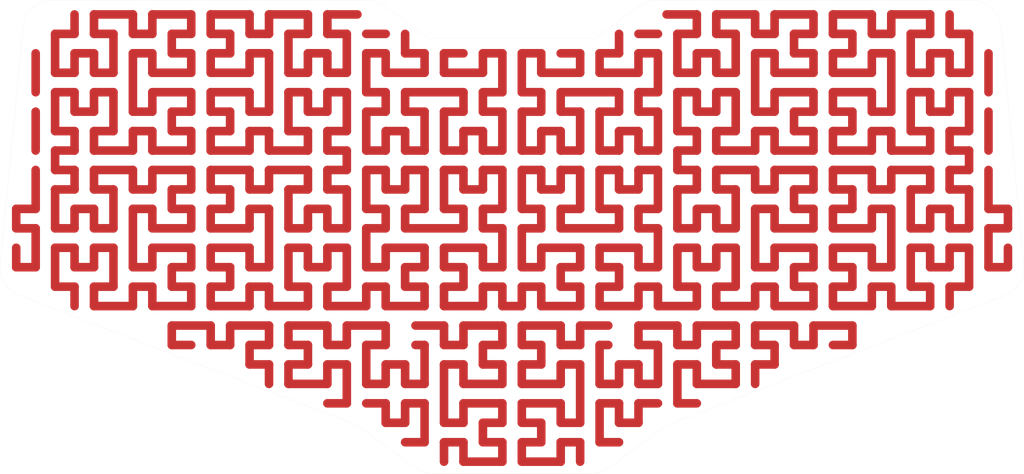
<source format=kicad_pcb>
(kicad_pcb (version 20210925) (generator pcbnew)
  (layers (0 "F.Cu" signal) (31 "B.Cu" signal) (34 "B.Paste" user) (35 "F.Paste" user) (36 "B.SilkS" user "B.Silkscreen") (37 "F.SilkS" user "F.Silkscreen") (38 "B.Mask" user) (39 "F.Mask" user) (44 "Edge.Cuts" user))
  (net 0 "")
  (footprint "MountingHole:MountingHole_2.2mm_M2_DIN965" (layer "F.Cu") (at 178.92 123.41)
    (fp_text reference "REF**" hide)
    (fp_text value "MountingHole_2.2mm_M2_DIN965" hide)
    (pad "" np_thru_hole circle locked (at 0 0) (size 2.2 2.2) (drill 2.2) (layers *.Cu *.Mask))
  )
  (footprint "MountingHole:MountingHole_2.2mm_M2_DIN965" (layer "F.Cu") (at 186.27 48.39)
    (fp_text reference "REF**" hide)
    (fp_text value "MountingHole_2.2mm_M2_DIN965" hide)
    (pad "" np_thru_hole circle locked (at 0 0) (size 2.2 2.2) (drill 2.2) (layers *.Cu *.Mask))
  )
  (footprint "MountingHole:MountingHole_2.2mm_M2_DIN965" (layer "F.Cu") (at 127.68 123.41)
    (fp_text reference "REF**" hide)
    (fp_text value "MountingHole_2.2mm_M2_DIN965" hide)
    (pad "" np_thru_hole circle locked (at 0 0) (size 2.2 2.2) (drill 2.2) (layers *.Cu *.Mask))
  )
  (footprint "MountingHole:MountingHole_2.2mm_M2_DIN965" (layer "F.Cu") (at 243.04 118.55)
    (fp_text reference "REF**" hide)
    (fp_text value "MountingHole_2.2mm_M2_DIN965" hide)
    (pad "" np_thru_hole circle locked (at 0 0) (size 2.2 2.2) (drill 2.2) (layers *.Cu *.Mask))
  )
  (footprint "MountingHole:MountingHole_2.2mm_M2_DIN965" (layer "F.Cu") (at 45.59 48.59)
    (fp_text reference "REF**" hide)
    (fp_text value "MountingHole_2.2mm_M2_DIN965" hide)
    (pad "" np_thru_hole circle locked (at 0 0) (size 2.2 2.2) (drill 2.2) (layers *.Cu *.Mask))
  )
  (footprint "MountingHole:MountingHole_2.2mm_M2_DIN965" (layer "F.Cu") (at 120.43 48.39)
    (fp_text reference "REF**" hide)
    (fp_text value "MountingHole_2.2mm_M2_DIN965" hide)
    (pad "" np_thru_hole circle locked (at 0 0) (size 2.2 2.2) (drill 2.2) (layers *.Cu *.Mask))
  )
  (footprint "MountingHole:MountingHole_2.2mm_M2_DIN965" (layer "F.Cu") (at 261.11 48.59)
    (fp_text reference "REF**" hide)
    (fp_text value "MountingHole_2.2mm_M2_DIN965" hide)
    (pad "" np_thru_hole circle locked (at 0 0) (size 2.2 2.2) (drill 2.2) (layers *.Cu *.Mask))
  )
  (footprint "MountingHole:MountingHole_2.2mm_M2_DIN965" (layer "F.Cu") (at 63.66 118.55)
    (fp_text reference "REF**" hide)
    (fp_text value "MountingHole_2.2mm_M2_DIN965" hide)
    (pad "" np_thru_hole circle locked (at 0 0) (size 2.2 2.2) (drill 2.2) (layers *.Cu *.Mask))
  )
  (gr_line (start 169.205972 79.045169) (end 169.205972 69.992493) (layer "F.Cu") (width 2))
  (gr_line (start 110.364623 110.729013) (end 114.890959 110.729013) (layer "F.Cu") (width 2))
  (gr_line (start 69.628102 110.729013) (end 65.101765 110.729013) (layer "F.Cu") (width 2))
  (gr_line (start 51.522752 101.676337) (end 46.996416 101.676337) (layer "F.Cu") (width 2))
  (gr_line (start 259.731687 60.939819) (end 259.731687 51.887661) (layer "F.Cu") (width 2))
  (gr_line (start 196.363998 92.624179) (end 200.889816 92.624179) (layer "F.Cu") (width 2))
  (gr_line (start 51.522752 106.202674) (end 51.522752 101.676337) (layer "F.Cu") (width 2))
  (gr_line (start 241.626337 56.413481) (end 237.1 56.413481) (layer "F.Cu") (width 2))
  (gr_line (start 96.78561 74.51883) (end 92.259273 74.51883) (layer "F.Cu") (width 2))
  (gr_line (start 69.628102 97.15) (end 69.628102 92.624179) (layer "F.Cu") (width 2))
  (gr_line (start 65.101765 110.729013) (end 65.101765 115.25535) (layer "F.Cu") (width 2))
  (gr_line (start 151.101141 97.15) (end 146.574804 97.15) (layer "F.Cu") (width 2))
  (gr_line (start 87.732936 124.308024) (end 87.732936 119.781687) (layer "F.Cu") (width 2))
  (gr_line (start 164.679635 133.360182) (end 155.627477 133.360182) (layer "F.Cu") (width 2))
  (gr_line (start 56.049092 60.939819) (end 60.575428 60.939819) (layer "F.Cu") (width 2))
  (gr_line (start 119.41678 133.360182) (end 123.943117 133.360182) (layer "F.Cu") (width 2))
  (gr_line (start 146.574804 115.25535) (end 137.522128 115.25535) (layer "F.Cu") (width 2))
  (gr_line (start 105.838283 60.939819) (end 105.838283 56.413481) (layer "F.Cu") (width 2))
  (gr_line (start 110.364623 128.834361) (end 110.364623 133.360182) (layer "F.Cu") (width 2))
  (gr_line (start 142.048467 69.992493) (end 137.522128 69.992493) (layer "F.Cu") (width 2))
  (gr_line (start 151.101141 69.992493) (end 146.574804 69.992493) (layer "F.Cu") (width 2))
  (gr_line (start 196.363998 88.097843) (end 191.837659 88.097843) (layer "F.Cu") (width 2))
  (gr_line (start 182.784985 115.25535) (end 173.732311 115.25535) (layer "F.Cu") (width 2))
  (gr_line (start 78.680259 51.887661) (end 74.154439 51.887661) (layer "F.Cu") (width 2))
  (gr_line (start 164.679635 110.729013) (end 169.205972 110.729013) (layer "F.Cu") (width 2))
  (gr_line (start 169.205972 83.571506) (end 164.679635 83.571506) (layer "F.Cu") (width 2))
  (gr_line (start 237.1 83.571506) (end 237.1 88.097843) (layer "F.Cu") (width 2))
  (gr_line (start 69.628102 79.045169) (end 69.628102 74.51883) (layer "F.Cu") (width 2))
  (gr_line (start 178.258648 110.729013) (end 178.258648 106.202674) (layer "F.Cu") (width 2))
  (gr_line (start 196.363998 74.51883) (end 196.363998 79.045169) (layer "F.Cu") (width 2))
  (gr_line (start 56.049092 83.571506) (end 65.101765 83.571506) (layer "F.Cu") (width 2))
  (gr_line (start 237.1 88.097843) (end 241.626337 88.097843) (layer "F.Cu") (width 2))
  (gr_line (start 160.153298 79.045169) (end 160.153298 74.51883) (layer "F.Cu") (width 2))
  (gr_line (start 164.679635 83.571506) (end 164.679635 88.097843) (layer "F.Cu") (width 2))
  (gr_line (start 209.942493 106.202674) (end 214.468829 106.202674) (layer "F.Cu") (width 2))
  (gr_line (start 228.047843 101.676337) (end 237.1 101.676337) (layer "F.Cu") (width 2))
  (gr_line (start 46.996416 101.676337) (end 46.996416 110.729013) (layer "F.Cu") (width 2))
  (gr_line (start 259.731687 101.676337) (end 255.205347 101.676337) (layer "F.Cu") (width 2))
  (gr_line (start 60.575428 65.466156) (end 56.049092 65.466156) (layer "F.Cu") (width 2))
  (gr_line (start 123.943117 142.412858) (end 123.943117 137.886518) (layer "F.Cu") (width 2))
  (gr_line (start 182.784985 142.412858) (end 178.258648 142.412858) (layer "F.Cu") (width 2))
  (gr_line (start 264.258024 83.571506) (end 264.258024 92.624179) (layer "F.Cu") (width 2))
  (gr_line (start 164.679635 119.781687) (end 164.679635 124.308024) (layer "F.Cu") (width 2))
  (gr_line (start 155.627477 106.202674) (end 160.153298 106.202674) (layer "F.Cu") (width 2))
  (gr_line (start 142.048467 65.466156) (end 142.048467 69.992493) (layer "F.Cu") (width 2))
  (gr_line (start 42.470079 79.045169) (end 42.470079 69.992493) (layer "F.Cu") (width 2))
  (gr_line (start 128.469454 74.51883) (end 128.469454 79.045169) (layer "F.Cu") (width 2))
  (gr_line (start 250.679011 51.887661) (end 246.152674 51.887661) (layer "F.Cu") (width 2))
  (gr_line (start 65.101765 88.097843) (end 69.628102 88.097843) (layer "F.Cu") (width 2))
  (gr_line (start 110.364623 119.781687) (end 110.364623 124.308024) (layer "F.Cu") (width 2))
  (gr_line (start 83.206599 51.887661) (end 83.206599 47.361324) (layer "F.Cu") (width 2))
  (gr_line (start 101.311946 133.360182) (end 101.311946 128.834361) (layer "F.Cu") (width 2))
  (gr_line (start 69.628102 60.939819) (end 69.628102 56.413481) (layer "F.Cu") (width 2))
  (gr_line (start 146.574804 83.571506) (end 146.574804 88.097843) (layer "F.Cu") (width 2))
  (gr_line (start 96.78561 69.992493) (end 96.78561 56.413481) (layer "F.Cu") (width 2))
  (gr_line (start 237.1 74.51883) (end 237.1 79.045169) (layer "F.Cu") (width 2))
  (gr_line (start 246.152674 88.097843) (end 246.152674 97.15) (layer "F.Cu") (width 2))
  (gr_line (start 191.837659 110.729013) (end 196.363998 110.729013) (layer "F.Cu") (width 2))
  (gr_line (start 96.78561 124.308024) (end 92.259273 124.308024) (layer "F.Cu") (width 2))
  (gr_line (start 187.311322 56.413481) (end 182.784985 56.413481) (layer "F.Cu") (width 2))
  (gr_line (start 218.995166 88.097843) (end 218.995166 92.624179) (layer "F.Cu") (width 2))
  (gr_line (start 142.048467 97.15) (end 128.469454 97.15) (layer "F.Cu") (width 2))
  (gr_line (start 105.838283 97.15) (end 105.838283 92.624179) (layer "F.Cu") (width 2))
  (gr_line (start 205.416156 124.308024) (end 200.889816 124.308024) (layer "F.Cu") (width 2))
  (gr_line (start 60.575428 97.15) (end 60.575428 88.097843) (layer "F.Cu") (width 2))
  (gr_line (start 169.205972 101.676337) (end 169.205972 106.202674) (layer "F.Cu") (width 2))
  (gr_line (start 200.889816 79.045169) (end 200.889816 74.51883) (layer "F.Cu") (width 2))
  (gr_line (start 56.049092 88.097843) (end 56.049092 83.571506) (layer "F.Cu") (width 2))
  (gr_line (start 119.41678 65.466156) (end 123.943117 65.466156) (layer "F.Cu") (width 2))
  (gr_line (start 182.784985 56.413481) (end 182.784985 60.939819) (layer "F.Cu") (width 2))
  (gr_line (start 56.049092 92.624179) (end 56.049092 97.15) (layer "F.Cu") (width 2))
  (gr_line (start 218.995166 92.624179) (end 223.521503 92.624179) (layer "F.Cu") (width 2))
  (gr_line (start 255.205347 65.466156) (end 255.205347 69.992493) (layer "F.Cu") (width 2))
  (gr_line (start 132.995791 79.045169) (end 132.995791 69.992493) (layer "F.Cu") (width 2))
  (gr_line (start 182.784985 110.729013) (end 182.784985 115.25535) (layer "F.Cu") (width 2))
  (gr_line (start 237.1 65.466156) (end 237.1 69.992493) (layer "F.Cu") (width 2))
  (gr_line (start 119.41678 115.25535) (end 110.364623 115.25535) (layer "F.Cu") (width 2))
  (gr_line (start 255.205347 97.15) (end 259.731687 97.15) (layer "F.Cu") (width 2))
  (gr_line (start 164.679635 65.466156) (end 178.258648 65.466156) (layer "F.Cu") (width 2))
  (gr_line (start 110.364623 56.413481) (end 110.364623 60.939819) (layer "F.Cu") (width 2))
  (gr_line (start 128.469454 65.466156) (end 142.048467 65.466156) (layer "F.Cu") (width 2))
  (gr_line (start 223.521503 110.729013) (end 223.521503 115.25535) (layer "F.Cu") (width 2))
  (gr_line (start 83.206599 79.045169) (end 83.206599 74.51883) (layer "F.Cu") (width 2))
  (gr_line (start 160.153298 128.834361) (end 160.153298 124.308024) (layer "F.Cu") (width 2))
  (gr_line (start 169.205972 110.729013) (end 169.205972 115.25535) (layer "F.Cu") (width 2))
  (gr_line (start 60.575428 51.887661) (end 56.049092 51.887661) (layer "F.Cu") (width 2))
  (gr_line (start 264.258024 56.413481) (end 264.258024 65.466156) (layer "F.Cu") (width 2))
  (gr_line (start 142.048467 119.781687) (end 151.101141 119.781687) (layer "F.Cu") (width 2))
  (gr_line (start 105.838283 74.51883) (end 105.838283 79.045169) (layer "F.Cu") (width 2))
  (gr_line (start 169.205972 69.992493) (end 164.679635 69.992493) (layer "F.Cu") (width 2))
  (gr_line (start 178.258648 128.83448) (end 182.784985 128.83448) (layer "F.Cu") (width 2))
  (gr_line (start 241.626337 110.729013) (end 237.1 110.729013) (layer "F.Cu") (width 2))
  (gr_line (start 241.626337 47.361324) (end 250.679011 47.361324) (layer "F.Cu") (width 2))
  (gr_line (start 128.469454 69.992493) (end 128.469454 65.466156) (layer "F.Cu") (width 2))
  (gr_line (start 250.679011 88.097843) (end 246.152674 88.097843) (layer "F.Cu") (width 2))
  (gr_line (start 160.153298 92.624179) (end 160.153298 97.15) (layer "F.Cu") (width 2))
  (gr_line (start 142.048467 106.202674) (end 137.522128 106.202674) (layer "F.Cu") (width 2))
  (gr_line (start 123.943117 83.571506) (end 119.41678 83.571506) (layer "F.Cu") (width 2))
  (gr_line (start 128.469454 110.729013) (end 132.995791 110.729013) (layer "F.Cu") (width 2))
  (gr_line (start 178.258648 79.045169) (end 178.258648 74.51883) (layer "F.Cu") (width 2))
  (gr_line (start 178.258648 137.886518) (end 173.732311 137.886518) (layer "F.Cu") (width 2))
  (gr_line (start 151.101141 79.045169) (end 151.101141 69.992493) (layer "F.Cu") (width 2))
  (gr_line (start 92.259273 47.361324) (end 92.259273 51.887661) (layer "F.Cu") (width 2))
  (gr_line (start 223.521503 74.51883) (end 223.521503 79.045169) (layer "F.Cu") (width 2))
  (gr_line (start 178.258648 69.992493) (end 173.732311 69.992493) (layer "F.Cu") (width 2))
  (gr_line (start 42.470079 92.624179) (end 42.470079 83.571506) (layer "F.Cu") (width 2))
  (gr_line (start 264.258024 69.992493) (end 264.258024 79.045169) (layer "F.Cu") (width 2))
  (gr_line (start 173.732311 133.360301) (end 178.258648 133.360301) (layer "F.Cu") (width 2))
  (gr_line (start 155.627477 115.25535) (end 151.101141 115.25535) (layer "F.Cu") (width 2))
  (gr_line (start 178.258648 56.413481) (end 178.258648 51.887661) (layer "F.Cu") (width 2))
  (gr_line (start 142.048467 128.834361) (end 137.522128 128.834361) (layer "F.Cu") (width 2))
  (gr_line (start 146.574804 88.097843) (end 142.048467 88.097843) (layer "F.Cu") (width 2))
  (gr_line (start 46.996416 88.097843) (end 46.996416 97.15) (layer "F.Cu") (width 2))
  (gr_line (start 96.78561 115.25535) (end 96.78561 110.729013) (layer "F.Cu") (width 2))
  (gr_line (start 56.049092 106.202674) (end 51.522752 106.202674) (layer "F.Cu") (width 2))
  (gr_line (start 137.522128 110.729013) (end 142.048467 110.729013) (layer "F.Cu") (width 2))
  (gr_line (start 87.732936 51.887661) (end 83.206599 51.887661) (layer "F.Cu") (width 2))
  (gr_line (start 173.732311 146.939195) (end 178.258648 146.939195) (layer "F.Cu") (width 2))
  (gr_line (start 155.627477 92.624179) (end 160.153298 92.624179) (layer "F.Cu") (width 2))
  (gr_line (start 87.732936 74.51883) (end 87.732936 69.992493) (layer "F.Cu") (width 2))
  (gr_line (start 83.206599 124.308024) (end 87.732936 124.308024) (layer "F.Cu") (width 2))
  (gr_line (start 69.628102 115.25535) (end 69.628102 110.729013) (layer "F.Cu") (width 2))
  (gr_line (start 110.364623 115.25535) (end 110.364623 110.729013) (layer "F.Cu") (width 2))
  (gr_line (start 83.206599 56.413481) (end 87.732936 56.413481) (layer "F.Cu") (width 2))
  (gr_line (start 155.627477 110.729013) (end 155.627477 115.25535) (layer "F.Cu") (width 2))
  (gr_line (start 250.679011 115.25535) (end 241.626337 115.25535) (layer "F.Cu") (width 2))
  (gr_line (start 241.626337 106.202674) (end 241.626337 92.624179) (layer "F.Cu") (width 2))
  (gr_line (start 114.890959 128.834361) (end 110.364623 128.834361) (layer "F.Cu") (width 2))
  (gr_line (start 92.259273 124.308024) (end 92.259273 128.834361) (layer "F.Cu") (width 2))
  (gr_line (start 78.680259 97.15) (end 69.628102 97.15) (layer "F.Cu") (width 2))
  (gr_line (start 78.680259 74.51883) (end 78.680259 79.045169) (layer "F.Cu") (width 2))
  (gr_line (start 74.154439 56.413481) (end 78.680259 56.413481) (layer "F.Cu") (width 2))
  (gr_line (start 83.206599 69.992493) (end 83.206599 65.466156) (layer "F.Cu") (width 2))
  (gr_line (start 123.943117 56.413481) (end 119.41678 56.413481) (layer "F.Cu") (width 2))
  (gr_line (start 123.943117 69.992493) (end 119.41678 69.992493) (layer "F.Cu") (width 2))
  (gr_line (start 232.574179 119.781687) (end 232.574179 124.308024) (layer "F.Cu") (width 2))
  (gr_line (start 119.41678 56.413481) (end 119.41678 65.466156) (layer "F.Cu") (width 2))
  (gr_line (start 110.364623 51.887661) (end 110.364623 47.361324) (layer "F.Cu") (width 2))
  (gr_line (start 123.943117 101.676337) (end 132.995791 101.676337) (layer "F.Cu") (width 2))
  (gr_line (start 173.732311 110.729013) (end 178.258648 110.729013) (layer "F.Cu") (width 2))
  (gr_line (start 119.41678 110.729013) (end 119.41678 115.25535) (layer "F.Cu") (width 2))
  (gr_line (start 105.838283 115.25535) (end 96.78561 115.25535) (layer "F.Cu") (width 2))
  (gr_line (start 56.049092 69.992493) (end 51.522752 69.992493) (layer "F.Cu") (width 2))
  (gr_line (start 160.153298 97.15) (end 155.627477 97.15) (layer "F.Cu") (width 2))
  (gr_line (start 51.522752 56.413481) (end 56.049092 56.413481) (layer "F.Cu") (width 2))
  (gr_line (start 137.522128 124.308024) (end 142.048467 124.308024) (layer "F.Cu") (width 2))
  (gr_line (start 205.416156 60.939819) (end 205.416156 51.887661) (layer "F.Cu") (width 2))
  (gr_line (start 114.890959 83.571506) (end 114.890959 79.045169) (layer "F.Cu") (width 2))
  (gr_line (start 137.522128 106.202674) (end 137.522128 101.676337) (layer "F.Cu") (width 2))
  (gr_line (start 65.101765 56.413481) (end 65.101765 69.992493) (layer "F.Cu") (width 2))
  (gr_line (start 268.784361 106.202674) (end 268.784361 101.676337) (layer "F.Cu") (width 2))
  (gr_line (start 169.205972 119.781687) (end 175.753974 119.781422) (layer "F.Cu") (width 2))
  (gr_line (start 155.627477 65.466156) (end 160.153298 65.466156) (layer "F.Cu") (width 2))
  (gr_line (start 209.942493 79.045169) (end 200.889816 79.045169) (layer "F.Cu") (width 2))
  (gr_line (start 128.469454 146.939195) (end 132.995791 146.939195) (layer "F.Cu") (width 2))
  (gr_line (start 228.047843 97.15) (end 228.047843 92.624179) (layer "F.Cu") (width 2))
  (gr_line (start 46.996416 79.045169) (end 46.996416 83.571506) (layer "F.Cu") (width 2))
  (gr_line (start 178.258648 142.412858) (end 178.258648 137.886518) (layer "F.Cu") (width 2))
  (gr_line (start 132.995791 101.676337) (end 132.995791 106.202674) (layer "F.Cu") (width 2))
  (gr_line (start 146.574804 146.939195) (end 151.101141 146.939195) (layer "F.Cu") (width 2))
  (gr_line (start 187.311322 92.624179) (end 187.311322 83.571506) (layer "F.Cu") (width 2))
  (gr_line (start 60.575428 88.097843) (end 56.049092 88.097843) (layer "F.Cu") (width 2))
  (gr_line (start 164.679635 79.045169) (end 169.205972 79.045169) (layer "F.Cu") (width 2))
  (gr_line (start 83.206599 83.571506) (end 92.259273 83.571506) (layer "F.Cu") (width 2))
  (gr_line (start 173.732311 83.571506) (end 173.732311 92.624179) (layer "F.Cu") (width 2))
  (gr_line (start 237.1 92.624179) (end 237.1 97.15) (layer "F.Cu") (width 2))
  (gr_line (start 164.679635 56.413481) (end 169.205972 56.413481) (layer "F.Cu") (width 2))
  (gr_line (start 246.152674 110.729013) (end 250.679011 110.729013) (layer "F.Cu") (width 2))
  (gr_line (start 191.837659 74.51883) (end 196.363998 74.51883) (layer "F.Cu") (width 2))
  (gr_line (start 78.680259 110.729013) (end 78.680259 115.25535) (layer "F.Cu") (width 2))
  (gr_line (start 137.522128 119.781687) (end 137.522128 124.308024) (layer "F.Cu") (width 2))
  (gr_line (start 119.41678 92.624179) (end 123.943117 92.624179) (layer "F.Cu") (width 2))
  (gr_line (start 259.731687 88.097843) (end 255.205347 88.097843) (layer "F.Cu") (width 2))
  (gr_line (start 142.048467 88.097843) (end 142.048467 83.571506) (layer "F.Cu") (width 2))
  (gr_line (start 78.680259 106.202674) (end 74.154439 106.202674) (layer "F.Cu") (width 2))
  (gr_line (start 209.942493 110.729013) (end 209.942493 115.25535) (layer "F.Cu") (width 2))
  (gr_line (start 187.311322 69.992493) (end 182.784985 69.992493) (layer "F.Cu") (width 2))
  (gr_line (start 87.732936 56.413481) (end 87.732936 51.887661) (layer "F.Cu") (width 2))
  (gr_line (start 155.627477 142.412858) (end 155.627477 137.886518) (layer "F.Cu") (width 2))
  (gr_line (start 196.363998 128.834361) (end 191.837659 128.834361) (layer "F.Cu") (width 2))
  (gr_line (start 105.838283 92.624179) (end 110.364623 92.624179) (layer "F.Cu") (width 2))
  (gr_line (start 155.627477 124.308024) (end 155.627477 119.781687) (layer "F.Cu") (width 2))
  (gr_line (start 173.732311 60.939819) (end 173.732311 56.413481) (layer "F.Cu") (width 2))
  (gr_line (start 96.78561 51.887661) (end 96.78561 47.361324) (layer "F.Cu") (width 2))
  (gr_line (start 196.363998 56.413481) (end 200.889816 56.413481) (layer "F.Cu") (width 2))
  (gr_line (start 160.153298 69.992493) (end 155.627477 69.992493) (layer "F.Cu") (width 2))
  (gr_line (start 200.889816 115.25535) (end 200.889816 110.729013) (layer "F.Cu") (width 2))
  (gr_line (start 137.522128 56.413481) (end 142.048467 56.413481) (layer "F.Cu") (width 2))
  (gr_line (start 237.1 47.361324) (end 237.1 51.887661) (layer "F.Cu") (width 2))
  (gr_line (start 228.047843 51.887661) (end 228.047843 47.361324) (layer "F.Cu") (width 2))
  (gr_line (start 119.41678 97.15) (end 119.41678 106.202674) (layer "F.Cu") (width 2))
  (gr_line (start 42.470079 106.202674) (end 42.470079 97.15) (layer "F.Cu") (width 2))
  (gr_line (start 196.363998 60.939819) (end 196.363998 56.413481) (layer "F.Cu") (width 2))
  (gr_line (start 123.943117 74.51883) (end 128.469454 74.51883) (layer "F.Cu") (width 2))
  (gr_line (start 105.838283 128.834361) (end 105.838283 124.308024) (layer "F.Cu") (width 2))
  (gr_line (start 228.047843 92.624179) (end 232.574179 92.624179) (layer "F.Cu") (width 2))
  (gr_line (start 228.047843 79.045169) (end 228.047843 74.51883) (layer "F.Cu") (width 2))
  (gr_line (start 60.575428 60.939819) (end 60.575428 51.887661) (layer "F.Cu") (width 2))
  (gr_line (start 105.838283 106.202674) (end 105.838283 101.676337) (layer "F.Cu") (width 2))
  (gr_line (start 155.627477 128.834361) (end 160.153298 128.834361) (layer "F.Cu") (width 2))
  (gr_line (start 196.363998 133.360182) (end 196.363998 128.834361) (layer "F.Cu") (width 2))
  (gr_line (start 228.047843 56.413481) (end 232.574179 56.413481) (layer "F.Cu") (width 2))
  (gr_line (start 182.784985 106.202674) (end 187.311322 106.202674) (layer "F.Cu") (width 2))
  (gr_line (start 205.416156 74.51883) (end 205.416156 65.466156) (layer "F.Cu") (width 2))
  (gr_line (start 137.522128 69.992493) (end 137.522128 79.045169) (layer "F.Cu") (width 2))
  (gr_line (start 92.259273 56.413481) (end 92.259273 60.939819) (layer "F.Cu") (width 2))
  (gr_line (start 101.311946 110.729013) (end 105.838283 110.729013) (layer "F.Cu") (width 2))
  (gr_line (start 114.890959 60.939819) (end 114.890959 51.887661) (layer "F.Cu") (width 2))
  (gr_line (start 218.995166 74.51883) (end 223.521503 74.51883) (layer "F.Cu") (width 2))
  (gr_line (start 182.784985 119.781687) (end 191.837659 119.781687) (layer "F.Cu") (width 2))
  (gr_line (start 259.731687 110.729013) (end 259.731687 101.676337) (layer "F.Cu") (width 2))
  (gr_line (start 178.258648 74.51883) (end 182.784985 74.51883) (layer "F.Cu") (width 2))
  (gr_line (start 74.154439 51.887661) (end 74.154439 56.413481) (layer "F.Cu") (width 2))
  (gr_line (start 155.627477 69.992493) (end 155.627477 79.045169) (layer "F.Cu") (width 2))
  (gr_line (start 241.626337 83.571506) (end 250.679011 83.571506) (layer "F.Cu") (width 2))
  (gr_line (start 37.943741 92.624179) (end 42.470079 92.624179) (layer "F.Cu") (width 2))
  (gr_line (start 196.363998 110.729013) (end 196.363998 115.25535) (layer "F.Cu") (width 2))
  (gr_line (start 46.996416 83.571506) (end 51.522752 83.571506) (layer "F.Cu") (width 2))
  (gr_line (start 214.468829 69.992493) (end 214.468829 65.466156) (layer "F.Cu") (width 2))
  (gr_line (start 96.78561 106.202674) (end 96.78561 92.624179) (layer "F.Cu") (width 2))
  (gr_line (start 69.628102 101.676337) (end 78.680259 101.676337) (layer "F.Cu") (width 2))
  (gr_line (start 255.205347 101.676337) (end 255.205347 106.202674) (layer "F.Cu") (width 2))
  (gr_line (start 228.047843 88.097843) (end 228.047843 83.571506) (layer "F.Cu") (width 2))
  (gr_line (start 69.628102 74.51883) (end 65.101765 74.51883) (layer "F.Cu") (width 2))
  (gr_line (start 214.468829 56.413481) (end 209.942493 56.413481) (layer "F.Cu") (width 2))
  (gr_line (start 105.838283 56.413481) (end 110.364623 56.413481) (layer "F.Cu") (width 2))
  (gr_line (start 130.878715 119.781687) (end 137.522128 119.781687) (layer "F.Cu") (width 2))
  (gr_line (start 92.259273 128.834361) (end 96.78561 128.834361) (layer "F.Cu") (width 2))
  (gr_line (start 228.047843 83.571506) (end 237.1 83.571506) (layer "F.Cu") (width 2))
  (gr_line (start 56.049092 115.25535) (end 56.049092 110.729013) (layer "F.Cu") (width 2))
  (gr_line (start 146.574804 97.15) (end 146.574804 92.624179) (layer "F.Cu") (width 2))
  (gr_line (start 200.889816 51.887661) (end 200.889816 47.361324) (layer "F.Cu") (width 2))
  (gr_line (start 101.311946 65.466156) (end 101.311946 74.51883) (layer "F.Cu") (width 2))
  (gr_line (start 46.996416 65.466156) (end 46.996416 74.51883) (layer "F.Cu") (width 2))
  (gr_line (start 241.626337 74.51883) (end 237.1 74.51883) (layer "F.Cu") (width 2))
  (gr_line (start 137.522128 92.624179) (end 142.048467 92.624179) (layer "F.Cu") (width 2))
  (gr_line (start 178.258648 97.15) (end 164.679635 97.15) (layer "F.Cu") (width 2))
  (gr_line (start 169.205972 151.465531) (end 169.205972 146.939195) (layer "F.Cu") (width 2))
  (gr_line (start 223.521503 60.939819) (end 214.468829 60.939819) (layer "F.Cu") (width 2))
  (gr_line (start 187.311322 97.15) (end 182.784985 97.15) (layer "F.Cu") (width 2))
  (gr_line (start 123.943117 88.097843) (end 123.943117 83.571506) (layer "F.Cu") (width 2))
  (gr_line (start 250.679011 65.466156) (end 246.152674 65.466156) (layer "F.Cu") (width 2))
  (gr_line (start 146.574804 65.466156) (end 151.101141 65.466156) (layer "F.Cu") (width 2))
  (gr_line (start 119.41678 106.202674) (end 123.943117 106.202674) (layer "F.Cu") (width 2))
  (gr_line (start 92.259273 51.887661) (end 96.78561 51.887661) (layer "F.Cu") (width 2))
  (gr_line (start 232.574179 106.202674) (end 228.047843 106.202674) (layer "F.Cu") (width 2))
  (gr_line (start 214.468829 115.25535) (end 214.468829 110.729013) (layer "F.Cu") (width 2))
  (gr_line (start 255.205347 69.992493) (end 250.679011 69.992493) (layer "F.Cu") (width 2))
  (gr_line (start 114.890959 51.887661) (end 110.364623 51.887661) (layer "F.Cu") (width 2))
  (gr_line (start 87.732936 69.992493) (end 83.206599 69.992493) (layer "F.Cu") (width 2))
  (gr_line (start 128.469454 56.413481) (end 132.995791 56.413481) (layer "F.Cu") (width 2))
  (gr_line (start 173.732311 79.045169) (end 178.258648 79.045169) (layer "F.Cu") (width 2))
  (gr_line (start 123.943117 110.729013) (end 119.41678 110.729013) (layer "F.Cu") (width 2))
  (gr_line (start 237.1 106.202674) (end 241.626337 106.202674) (layer "F.Cu") (width 2))
  (gr_line (start 255.205347 60.939819) (end 259.731687 60.939819) (layer "F.Cu") (width 2))
  (gr_line (start 196.363998 83.571506) (end 196.363998 88.097843) (layer "F.Cu") (width 2))
  (gr_line (start 232.574179 69.992493) (end 228.047843 69.992493) (layer "F.Cu") (width 2))
  (gr_line (start 187.311322 124.308024) (end 182.784985 124.308024) (layer "F.Cu") (width 2))
  (gr_line (start 60.575428 110.729013) (end 60.575428 101.676337) (layer "F.Cu") (width 2))
  (gr_line (start 209.942493 74.51883) (end 209.942493 79.045169) (layer "F.Cu") (width 2))
  (gr_line (start 173.732311 115.25535) (end 173.732311 110.729013) (layer "F.Cu") (width 2))
  (gr_line (start 132.995791 60.939819) (end 123.943117 60.939819) (layer "F.Cu") (width 2))
  (gr_line (start 92.259273 97.15) (end 83.206599 97.15) (layer "F.Cu") (width 2))
  (gr_line (start 187.311322 83.571506) (end 182.784985 83.571506) (layer "F.Cu") (width 2))
  (gr_line (start 128.469454 106.202674) (end 128.469454 110.729013) (layer "F.Cu") (width 2))
  (gr_line (start 218.995166 106.202674) (end 218.995166 110.729013) (layer "F.Cu") (width 2))
  (gr_line (start 241.626337 92.624179) (end 237.1 92.624179) (layer "F.Cu") (width 2))
  (gr_line (start 228.047843 60.939819) (end 228.047843 56.413481) (layer "F.Cu") (width 2))
  (gr_line (start 92.259273 79.045169) (end 83.206599 79.045169) (layer "F.Cu") (width 2))
  (gr_line (start 191.837659 83.571506) (end 196.363998 83.571506) (layer "F.Cu") (width 2))
  (gr_line (start 42.470079 97.15) (end 37.943741 97.15) (layer "F.Cu") (width 2))
  (gr_line (start 51.522752 79.045169) (end 46.996416 79.045169) (layer "F.Cu") (width 2))
  (gr_line (start 182.784985 51.887661) (end 187.311322 51.887661) (layer "F.Cu") (width 2))
  (gr_line (start 56.049092 56.413481) (end 56.049092 60.939819) (layer "F.Cu") (width 2))
  (gr_line (start 182.784985 101.676337) (end 182.784985 106.202674) (layer "F.Cu") (width 2))
  (gr_line (start 78.680259 69.992493) (end 74.154439 69.992493) (layer "F.Cu") (width 2))
  (gr_line (start 83.206599 92.624179) (end 87.732936 92.624179) (layer "F.Cu") (width 2))
  (gr_line (start 255.205347 88.097843) (end 255.205347 83.571506) (layer "F.Cu") (width 2))
  (gr_line (start 175.760482 124.308143) (end 173.732311 124.308143) (layer "F.Cu") (width 2))
  (gr_line (start 228.047843 74.51883) (end 232.574179 74.51883) (layer "F.Cu") (width 2))
  (gr_line (start 146.574804 74.51883) (end 146.574804 79.045169) (layer "F.Cu") (width 2))
  (gr_line (start 164.679635 124.308024) (end 169.205972 124.308024) (layer "F.Cu") (width 2))
  (gr_line (start 255.205347 79.045169) (end 255.205347 74.51883) (layer "F.Cu") (width 2))
  (gr_line (start 178.258648 133.360301) (end 178.258648 128.83448) (layer "F.Cu") (width 2))
  (gr_line (start 151.101141 146.939195) (end 151.101141 151.465531) (layer "F.Cu") (width 2))
  (gr_line (start 173.732311 101.676337) (end 182.784985 101.676337) (layer "F.Cu") (width 2))
  (gr_line (start 173.732311 106.202674) (end 173.732311 101.676337) (layer "F.Cu") (width 2))
  (gr_line (start 114.890959 101.676337) (end 110.364623 101.676337) (layer "F.Cu") (width 2))
  (gr_line (start 246.152674 65.466156) (end 246.152674 74.51883) (layer "F.Cu") (width 2))
  (gr_line (start 146.574804 142.412858) (end 146.574804 146.939195) (layer "F.Cu") (width 2))
  (gr_line (start 214.468829 51.887661) (end 214.468829 47.361324) (layer "F.Cu") (width 2))
  (gr_line (start 237.1 56.413481) (end 237.1 60.939819) (layer "F.Cu") (width 2))
  (gr_line (start 132.995791 115.25535) (end 123.943117 115.25535) (layer "F.Cu") (width 2))
  (gr_line (start 169.205972 92.624179) (end 169.205972 83.571506) (layer "F.Cu") (width 2))
  (gr_line (start 191.837659 79.045169) (end 191.837659 83.571506) (layer "F.Cu") (width 2))
  (gr_line (start 218.995166 69.992493) (end 218.995166 74.51883) (layer "F.Cu") (width 2))
  (gr_line (start 87.732936 88.097843) (end 83.206599 88.097843) (layer "F.Cu") (width 2))
  (gr_line (start 78.680259 83.571506) (end 78.680259 88.097843) (layer "F.Cu") (width 2))
  (gr_line (start 56.049092 47.361324) (end 65.101765 47.361324) (layer "F.Cu") (width 2))
  (gr_line (start 214.468829 101.676337) (end 223.521503 101.676337) (layer "F.Cu") (width 2))
  (gr_line (start 60.575428 74.51883) (end 60.575428 65.466156) (layer "F.Cu") (width 2))
  (gr_line (start 78.680259 65.466156) (end 78.680259 69.992493) (layer "F.Cu") (width 2))
  (gr_line (start 250.679011 60.939819) (end 250.679011 56.413481) (layer "F.Cu") (width 2))
  (gr_line (start 200.889816 101.676337) (end 200.889816 106.202674) (layer "F.Cu") (width 2))
  (gr_line (start 237.1 101.676337) (end 237.1 106.202674) (layer "F.Cu") (width 2))
  (gr_line (start 132.995791 110.729013) (end 132.995791 115.25535) (layer "F.Cu") (width 2))
  (gr_line (start 214.468829 92.624179) (end 209.942493 92.624179) (layer "F.Cu") (width 2))
  (gr_line (start 259.731687 83.571506) (end 259.731687 79.045169) (layer "F.Cu") (width 2))
  (gr_line (start 51.522752 110.729013) (end 51.522752 115.25535) (layer "F.Cu") (width 2))
  (gr_line (start 132.995791 137.886518) (end 128.469454 137.886518) (layer "F.Cu") (width 2))
  (gr_line (start 182.784985 60.939819) (end 173.732311 60.939819) (layer "F.Cu") (width 2))
  (gr_line (start 200.889816 56.413481) (end 200.889816 60.939819) (layer "F.Cu") (width 2))
  (gr_line (start 246.152674 97.15) (end 250.679011 97.15) (layer "F.Cu") (width 2))
  (gr_line (start 164.679635 69.992493) (end 164.679635 65.466156) (layer "F.Cu") (width 2))
  (gr_line (start 83.206599 115.25535) (end 83.206599 110.729013) (layer "F.Cu") (width 2))
  (gr_line (start 110.364623 97.15) (end 114.890959 97.15) (layer "F.Cu") (width 2))
  (gr_line (start 78.680259 101.676337) (end 78.680259 106.202674) (layer "F.Cu") (width 2))
  (gr_line (start 264.258024 97.15) (end 264.258024 106.202674) (layer "F.Cu") (width 2))
  (gr_line (start 151.101141 110.729013) (end 146.574804 110.729013) (layer "F.Cu") (width 2))
  (gr_line (start 214.468829 124.308024) (end 209.942493 124.308024) (layer "F.Cu") (width 2))
  (gr_line (start 132.995791 56.413481) (end 132.995791 60.939819) (layer "F.Cu") (width 2))
  (gr_line (start 60.575428 101.676337) (end 56.049092 101.676337) (layer "F.Cu") (width 2))
  (gr_line (start 173.732311 124.308143) (end 173.732311 133.360301) (layer "F.Cu") (width 2))
  (gr_line (start 214.468829 79.045169) (end 214.468829 74.51883) (layer "F.Cu") (width 2))
  (gr_line (start 78.680259 124.308024) (end 74.154439 124.308024) (layer "F.Cu") (width 2))
  (gr_line (start 69.628102 56.413481) (end 65.101765 56.413481) (layer "F.Cu") (width 2))
  (gr_line (start 151.101141 92.624179) (end 151.101141 83.571506) (layer "F.Cu") (width 2))
  (gr_line (start 142.048467 137.886518) (end 151.101141 137.886518) (layer "F.Cu") (width 2))
  (gr_line (start 223.521503 115.25535) (end 214.468829 115.25535) (layer "F.Cu") (width 2))
  (gr_line (start 223.521503 47.361324) (end 223.521503 51.887661) (layer "F.Cu") (width 2))
  (gr_line (start 65.101765 69.992493) (end 69.628102 69.992493) (layer "F.Cu") (width 2))
  (gr_line (start 51.522752 47.361324) (end 51.522752 51.887661) (layer "F.Cu") (width 2))
  (gr_line (start 164.679635 74.51883) (end 164.679635 79.045169) (layer "F.Cu") (width 2))
  (gr_line (start 78.680259 88.097843) (end 74.154439 88.097843) (layer "F.Cu") (width 2))
  (gr_line (start 200.889816 97.15) (end 205.416156 97.15) (layer "F.Cu") (width 2))
  (gr_line (start 155.627477 137.886518) (end 164.679635 137.886518) (layer "F.Cu") (width 2))
  (gr_line (start 128.469454 88.097843) (end 123.943117 88.097843) (layer "F.Cu") (width 2))
  (gr_line (start 223.521503 92.624179) (end 223.521503 97.15) (layer "F.Cu") (width 2))
  (gr_line (start 132.995791 69.992493) (end 128.469454 69.992493) (layer "F.Cu") (width 2))
  (gr_line (start 259.731687 74.51883) (end 259.731687 65.466156) (layer "F.Cu") (width 2))
  (gr_line (start 51.522752 92.624179) (end 56.049092 92.624179) (layer "F.Cu") (width 2))
  (gr_line (start 196.363998 79.045169) (end 191.837659 79.045169) (layer "F.Cu") (width 2))
  (gr_line (start 146.574804 69.992493) (end 146.574804 65.466156) (layer "F.Cu") (width 2))
  (gr_line (start 160.153298 65.466156) (end 160.153298 69.992493) (layer "F.Cu") (width 2))
  (gr_line (start 232.574179 88.097843) (end 228.047843 88.097843) (layer "F.Cu") (width 2))
  (gr_line (start 51.522752 69.992493) (end 51.522752 65.466156) (layer "F.Cu") (width 2))
  (gr_line (start 110.364623 124.308024) (end 114.890959 124.308024) (layer "F.Cu") (width 2))
  (gr_line (start 250.679011 69.992493) (end 250.679011 65.466156) (layer "F.Cu") (width 2))
  (gr_line (start 101.311946 101.676337) (end 101.311946 110.729013) (layer "F.Cu") (width 2))
  (gr_line (start 132.995791 133.360182) (end 132.995791 124.308024) (layer "F.Cu") (width 2))
  (gr_line (start 223.521503 88.097843) (end 218.995166 88.097843) (layer "F.Cu") (width 2))
  (gr_line (start 78.680259 47.361324) (end 78.680259 51.887661) (layer "F.Cu") (width 2))
  (gr_line (start 200.889816 124.308024) (end 200.889816 128.834361) (layer "F.Cu") (width 2))
  (gr_line (start 74.154439 124.308024) (end 74.154439 119.781687) (layer "F.Cu") (width 2))
  (gr_line (start 246.152674 51.887661) (end 246.152674 60.939819) (layer "F.Cu") (width 2))
  (gr_line (start 132.995791 124.308024) (end 130.878715 124.308024) (layer "F.Cu") (width 2))
  (gr_line (start 182.784985 79.045169) (end 187.311322 79.045169) (layer "F.Cu") (width 2))
  (gr_line (start 164.679635 151.465531) (end 155.627477 151.465531) (layer "F.Cu") (width 2))
  (gr_line (start 155.627477 119.781687) (end 164.679635 119.781687) (layer "F.Cu") (width 2))
  (gr_line (start 164.679635 137.886518) (end 164.679635 142.412858) (layer "F.Cu") (width 2))
  (gr_line (start 83.206599 88.097843) (end 83.206599 83.571506) (layer "F.Cu") (width 2))
  (gr_line (start 164.679635 146.939195) (end 164.679635 151.465531) (layer "F.Cu") (width 2))
  (gr_line (start 101.311946 74.51883) (end 105.838283 74.51883) (layer "F.Cu") (width 2))
  (gr_line (start 65.101765 106.202674) (end 69.628102 106.202674) (layer "F.Cu") (width 2))
  (gr_line (start 209.942493 92.624179) (end 209.942493 106.202674) (layer "F.Cu") (width 2))
  (gr_line (start 268.784361 92.624179) (end 268.784361 97.15) (layer "F.Cu") (width 2))
  (gr_line (start 110.364623 79.045169) (end 110.364623 74.51883) (layer "F.Cu") (width 2))
  (gr_line (start 137.522128 142.412858) (end 142.048467 142.412858) (layer "F.Cu") (width 2))
  (gr_line (start 92.259273 106.202674) (end 96.78561 106.202674) (layer "F.Cu") (width 2))
  (gr_line (start 142.048467 124.308024) (end 142.048467 119.781687) (layer "F.Cu") (width 2))
  (gr_line (start 96.78561 128.834361) (end 96.78561 133.360182) (layer "F.Cu") (width 2))
  (gr_line (start 205.416156 65.466156) (end 200.889816 65.466156) (layer "F.Cu") (width 2))
  (gr_line (start 96.78561 83.571506) (end 105.838283 83.571506) (layer "F.Cu") (width 2))
  (gr_line (start 255.205347 106.202674) (end 250.679011 106.202674) (layer "F.Cu") (width 2))
  (gr_line (start 250.679011 110.729013) (end 250.679011 115.25535) (layer "F.Cu") (width 2))
  (gr_line (start 123.943117 128.834361) (end 128.469454 128.834361) (layer "F.Cu") (width 2))
  (gr_line (start 218.995166 119.781687) (end 218.995166 124.308024) (layer "F.Cu") (width 2))
  (gr_line (start 160.153298 124.308024) (end 155.627477 124.308024) (layer "F.Cu") (width 2))
  (gr_line (start 105.838283 79.045169) (end 96.78561 79.045169) (layer "F.Cu") (width 2))
  (gr_line (start 182.784985 83.571506) (end 182.784985 88.097843) (layer "F.Cu") (width 2))
  (gr_line (start 200.889816 47.361324) (end 209.942493 47.361324) (layer "F.Cu") (width 2))
  (gr_line (start 155.627477 56.413481) (end 155.627477 65.466156) (layer "F.Cu") (width 2))
  (gr_line (start 200.889816 83.571506) (end 209.942493 83.571506) (layer "F.Cu") (width 2))
  (gr_line (start 250.679011 92.624179) (end 255.205347 92.624179) (layer "F.Cu") (width 2))
  (gr_line (start 114.890959 110.729013) (end 114.890959 101.676337) (layer "F.Cu") (width 2))
  (gr_line (start 214.468829 106.202674) (end 214.468829 101.676337) (layer "F.Cu") (width 2))
  (gr_line (start 87.732936 119.781687) (end 96.78561 119.781687) (layer "F.Cu") (width 2))
  (gr_line (start 214.468829 110.729013) (end 209.942493 110.729013) (layer "F.Cu") (width 2))
  (gr_line (start 132.995791 106.202674) (end 128.469454 106.202674) (layer "F.Cu") (width 2))
  (gr_line (start 160.153298 146.939195) (end 160.153298 142.412858) (layer "F.Cu") (width 2))
  (gr_line (start 69.628102 51.887661) (end 69.628102 47.361324) (layer "F.Cu") (width 2))
  (gr_line (start 160.153298 115.25535) (end 160.153298 110.729013) (layer "F.Cu") (width 2))
  (gr_line (start 56.049092 65.466156) (end 56.049092 69.992493) (layer "F.Cu") (width 2))
  (gr_line (start 123.943117 137.886518) (end 119.41678 137.886518) (layer "F.Cu") (width 2))
  (gr_line (start 105.838283 110.729013) (end 105.838283 115.25535) (layer "F.Cu") (width 2))
  (gr_line (start 146.574804 124.308024) (end 146.574804 128.834361) (layer "F.Cu") (width 2))
  (gr_line (start 218.995166 51.887661) (end 218.995166 56.413481) (layer "F.Cu") (width 2))
  (gr_line (start 189.340413 47.361324) (end 196.363998 47.361324) (layer "F.Cu") (width 2))
  (gr_line (start 46.996416 110.729013) (end 51.522752 110.729013) (layer "F.Cu") (width 2))
  (gr_line (start 205.416156 97.15) (end 205.416156 88.097843) (layer "F.Cu") (width 2))
  (gr_line (start 155.627477 79.045169) (end 160.153298 79.045169) (layer "F.Cu") (width 2))
  (gr_line (start 196.363998 101.676337) (end 191.837659 101.676337) (layer "F.Cu") (width 2))
  (gr_line (start 56.049092 110.729013) (end 60.575428 110.729013) (layer "F.Cu") (width 2))
  (gr_line (start 173.732311 137.886518) (end 173.732311 146.939195) (layer "F.Cu") (width 2))
  (gr_line (start 92.259273 69.992493) (end 96.78561 69.992493) (layer "F.Cu") (width 2))
  (gr_line (start 255.205347 74.51883) (end 259.731687 74.51883) (layer "F.Cu") (width 2))
  (gr_line (start 110.364623 137.886518) (end 114.890959 137.886518) (layer "F.Cu") (width 2))
  (gr_line (start 96.78561 47.361324) (end 105.838283 47.361324) (layer "F.Cu") (width 2))
  (gr_line (start 232.574179 51.887661) (end 228.047843 51.887661) (layer "F.Cu") (width 2))
  (gr_line (start 96.78561 79.045169) (end 96.78561 74.51883) (layer "F.Cu") (width 2))
  (gr_line (start 83.206599 119.781687) (end 83.206599 124.308024) (layer "F.Cu") (width 2))
  (gr_line (start 151.101141 106.202674) (end 151.101141 97.15) (layer "F.Cu") (width 2))
  (gr_line (start 191.837659 60.939819) (end 196.363998 60.939819) (layer "F.Cu") (width 2))
  (gr_line (start 37.943741 97.15) (end 37.943741 92.624179) (layer "F.Cu") (width 2))
  (gr_line (start 87.732936 110.729013) (end 87.732936 106.202674) (layer "F.Cu") (width 2))
  (gr_line (start 218.995166 56.413481) (end 223.521503 56.413481) (layer "F.Cu") (width 2))
  (gr_line (start 255.205347 110.729013) (end 259.731687 110.729013) (layer "F.Cu") (width 2))
  (gr_line (start 123.943117 124.308024) (end 119.41678 124.308024) (layer "F.Cu") (width 2))
  (gr_line (start 51.522752 74.51883) (end 51.522752 79.045169) (layer "F.Cu") (width 2))
  (gr_line (start 105.838283 65.466156) (end 101.311946 65.466156) (layer "F.Cu") (width 2))
  (gr_line (start 114.890959 65.466156) (end 110.364623 65.466156) (layer "F.Cu") (width 2))
  (gr_line (start 65.101765 92.624179) (end 65.101765 106.202674) (layer "F.Cu") (width 2))
  (gr_line (start 142.048467 133.360182) (end 142.048467 128.834361) (layer "F.Cu") (width 2))
  (gr_line (start 110.364623 74.51883) (end 114.890959 74.51883) (layer "F.Cu") (width 2))
  (gr_line (start 101.311946 97.15) (end 105.838283 97.15) (layer "F.Cu") (width 2))
  (gr_line (start 146.574804 60.939819) (end 137.522128 60.939819) (layer "F.Cu") (width 2))
  (gr_line (start 142.048467 92.624179) (end 142.048467 97.15) (layer "F.Cu") (width 2))
  (gr_line (start 128.469454 92.624179) (end 132.995791 92.624179) (layer "F.Cu") (width 2))
  (gr_line (start 250.679011 97.15) (end 250.679011 92.624179) (layer "F.Cu") (width 2))
  (gr_line (start 164.679635 92.624179) (end 169.205972 92.624179) (layer "F.Cu") (width 2))
  (gr_line (start 83.206599 74.51883) (end 87.732936 74.51883) (layer "F.Cu") (width 2))
  (gr_line (start 209.942493 119.781687) (end 218.995166 119.781687) (layer "F.Cu") (width 2))
  (gr_line (start 155.627477 133.360182) (end 155.627477 128.834361) (layer "F.Cu") (width 2))
  (gr_line (start 209.942493 88.097843) (end 214.468829 88.097843) (layer "F.Cu") (width 2))
  (gr_line (start 182.784985 97.15) (end 182.784985 92.624179) (layer "F.Cu") (width 2))
  (gr_line (start 114.890959 137.886518) (end 114.890959 128.834361) (layer "F.Cu") (width 2))
  (gr_line (start 105.838283 69.992493) (end 105.838283 65.466156) (layer "F.Cu") (width 2))
  (gr_line (start 65.101765 115.25535) (end 56.049092 115.25535) (layer "F.Cu") (width 2))
  (gr_line (start 51.522752 65.466156) (end 46.996416 65.466156) (layer "F.Cu") (width 2))
  (gr_line (start 223.521503 97.15) (end 214.468829 97.15) (layer "F.Cu") (width 2))
  (gr_line (start 255.205347 83.571506) (end 259.731687 83.571506) (layer "F.Cu") (width 2))
  (gr_line (start 173.732311 56.413481) (end 178.258648 56.413481) (layer "F.Cu") (width 2))
  (gr_line (start 101.311946 88.097843) (end 101.311946 97.15) (layer "F.Cu") (width 2))
  (gr_line (start 200.889816 65.466156) (end 200.889816 69.992493) (layer "F.Cu") (width 2))
  (gr_line (start 92.259273 74.51883) (end 92.259273 79.045169) (layer "F.Cu") (width 2))
  (gr_line (start 92.259273 92.624179) (end 92.259273 97.15) (layer "F.Cu") (width 2))
  (gr_line (start 214.468829 128.834361) (end 214.468829 124.308024) (layer "F.Cu") (width 2))
  (gr_line (start 268.784361 97.15) (end 264.258024 97.15) (layer "F.Cu") (width 2))
  (gr_line (start 187.311322 65.466156) (end 187.311322 56.413481) (layer "F.Cu") (width 2))
  (gr_line (start 46.996416 74.51883) (end 51.522752 74.51883) (layer "F.Cu") (width 2))
  (gr_line (start 96.78561 110.729013) (end 92.259273 110.729013) (layer "F.Cu") (width 2))
  (gr_line (start 237.1 110.729013) (end 237.1 115.25535) (layer "F.Cu") (width 2))
  (gr_line (start 114.890959 88.097843) (end 110.364623 88.097843) (layer "F.Cu") (width 2))
  (gr_line (start 218.995166 110.729013) (end 223.521503 110.729013) (layer "F.Cu") (width 2))
  (gr_line (start 218.995166 124.308024) (end 223.521503 124.308024) (layer "F.Cu") (width 2))
  (gr_line (start 142.048467 79.045169) (end 142.048467 74.51883) (layer "F.Cu") (width 2))
  (gr_line (start 160.153298 101.676337) (end 169.205972 101.676337) (layer "F.Cu") (width 2))
  (gr_line (start 164.679635 128.834361) (end 164.679635 133.360182) (layer "F.Cu") (width 2))
  (gr_line (start 205.416156 119.781687) (end 205.416156 124.308024) (layer "F.Cu") (width 2))
  (gr_line (start 182.784985 65.466156) (end 187.311322 65.466156) (layer "F.Cu") (width 2))
  (gr_line (start 142.048467 151.465531) (end 142.048467 146.939195) (layer "F.Cu") (width 2))
  (gr_line (start 83.206599 60.939819) (end 83.206599 56.413481) (layer "F.Cu") (width 2))
  (gr_line (start 223.521503 101.676337) (end 223.521503 106.202674) (layer "F.Cu") (width 2))
  (gr_line (start 83.206599 110.729013) (end 87.732936 110.729013) (layer "F.Cu") (width 2))
  (gr_line (start 205.416156 133.360182) (end 196.363998 133.360182) (layer "F.Cu") (width 2))
  (gr_line (start 87.732936 106.202674) (end 83.206599 106.202674) (layer "F.Cu") (width 2))
  (gr_line (start 191.837659 101.676337) (end 191.837659 110.729013) (layer "F.Cu") (width 2))
  (gr_line (start 132.995791 146.939195) (end 132.995791 137.886518) (layer "F.Cu") (width 2))
  (gr_line (start 205.416156 88.097843) (end 200.889816 88.097843) (layer "F.Cu") (width 2))
  (gr_line (start 78.680259 60.939819) (end 69.628102 60.939819) (layer "F.Cu") (width 2))
  (gr_line (start 191.837659 124.308024) (end 196.363998 124.308024) (layer "F.Cu") (width 2))
  (gr_line (start 187.311322 137.886518) (end 182.784985 137.886518) (layer "F.Cu") (width 2))
  (gr_line (start 155.627477 151.465531) (end 155.627477 146.939195) (layer "F.Cu") (width 2))
  (gr_line (start 182.784985 133.360301) (end 187.311322 133.360301) (layer "F.Cu") (width 2))
  (gr_line (start 196.363998 119.781687) (end 205.416156 119.781687) (layer "F.Cu") (width 2))
  (gr_line (start 191.837659 51.887661) (end 191.837659 60.939819) (layer "F.Cu") (width 2))
  (gr_line (start 92.259273 115.25535) (end 83.206599 115.25535) (layer "F.Cu") (width 2))
  (gr_line (start 151.101141 128.834361) (end 151.101141 133.360182) (layer "F.Cu") (width 2))
  (gr_line (start 196.363998 65.466156) (end 191.837659 65.466156) (layer "F.Cu") (width 2))
  (gr_line (start 128.469454 142.412858) (end 123.943117 142.412858) (layer "F.Cu") (width 2))
  (gr_line (start 114.890959 74.51883) (end 114.890959 65.466156) (layer "F.Cu") (width 2))
  (gr_line (start 228.047843 106.202674) (end 228.047843 101.676337) (layer "F.Cu") (width 2))
  (gr_line (start 160.153298 60.939819) (end 160.153298 56.413481) (layer "F.Cu") (width 2))
  (gr_line (start 196.363998 97.15) (end 196.363998 92.624179) (layer "F.Cu") (width 2))
  (gr_line (start 151.101141 56.413481) (end 146.574804 56.413481) (layer "F.Cu") (width 2))
  (gr_line (start 46.996416 97.15) (end 51.522752 97.15) (layer "F.Cu") (width 2))
  (gr_line (start 128.469454 133.360182) (end 132.995791 133.360182) (layer "F.Cu") (width 2))
  (gr_line (start 65.101765 51.887661) (end 69.628102 51.887661) (layer "F.Cu") (width 2))
  (gr_line (start 223.521503 56.413481) (end 223.521503 60.939819) (layer "F.Cu") (width 2))
  (gr_line (start 96.78561 56.413481) (end 92.259273 56.413481) (layer "F.Cu") (width 2))
  (gr_line (start 169.205972 142.412858) (end 169.205972 128.834361) (layer "F.Cu") (width 2))
  (gr_line (start 214.468829 74.51883) (end 209.942493 74.51883) (layer "F.Cu") (width 2))
  (gr_line (start 223.521503 51.887661) (end 218.995166 51.887661) (layer "F.Cu") (width 2))
  (gr_line (start 200.889816 69.992493) (end 196.363998 69.992493) (layer "F.Cu") (width 2))
  (gr_line (start 137.522128 101.676337) (end 146.574804 101.676337) (layer "F.Cu") (width 2))
  (gr_line (start 160.153298 74.51883) (end 164.679635 74.51883) (layer "F.Cu") (width 2))
  (gr_line (start 151.101141 115.25535) (end 151.101141 110.729013) (layer "F.Cu") (width 2))
  (gr_line (start 74.154439 88.097843) (end 74.154439 92.624179) (layer "F.Cu") (width 2))
  (gr_line (start 92.259273 88.097843) (end 96.78561 88.097843) (layer "F.Cu") (width 2))
  (gr_line (start 69.628102 47.361324) (end 78.680259 47.361324) (layer "F.Cu") (width 2))
  (gr_line (start 232.574179 56.413481) (end 232.574179 51.887661) (layer "F.Cu") (width 2))
  (gr_line (start 259.731687 65.466156) (end 255.205347 65.466156) (layer "F.Cu") (width 2))
  (gr_line (start 123.943117 133.360182) (end 123.943117 128.834361) (layer "F.Cu") (width 2))
  (gr_line (start 142.048467 142.412858) (end 142.048467 137.886518) (layer "F.Cu") (width 2))
  (gr_line (start 146.574804 110.729013) (end 146.574804 115.25535) (layer "F.Cu") (width 2))
  (gr_line (start 137.522128 60.939819) (end 137.522128 56.413481) (layer "F.Cu") (width 2))
  (gr_line (start 241.626337 79.045169) (end 241.626337 74.51883) (layer "F.Cu") (width 2))
  (gr_line (start 169.205972 56.413481) (end 169.205972 60.939819) (layer "F.Cu") (width 2))
  (gr_line (start 119.41678 83.571506) (end 119.41678 92.624179) (layer "F.Cu") (width 2))
  (gr_line (start 200.889816 128.834361) (end 205.416156 128.834361) (layer "F.Cu") (width 2))
  (gr_line (start 191.837659 65.466156) (end 191.837659 74.51883) (layer "F.Cu") (width 2))
  (gr_line (start 169.205972 60.939819) (end 160.153298 60.939819) (layer "F.Cu") (width 2))
  (gr_line (start 241.626337 115.25535) (end 241.626337 110.729013) (layer "F.Cu") (width 2))
  (gr_line (start 114.890959 124.308024) (end 114.890959 119.781687) (layer "F.Cu") (width 2))
  (gr_line (start 114.890959 79.045169) (end 110.364623 79.045169) (layer "F.Cu") (width 2))
  (gr_line (start 237.1 69.992493) (end 241.626337 69.992493) (layer "F.Cu") (width 2))
  (gr_line (start 56.049092 101.676337) (end 56.049092 106.202674) (layer "F.Cu") (width 2))
  (gr_line (start 105.838283 88.097843) (end 101.311946 88.097843) (layer "F.Cu") (width 2))
  (gr_line (start 264.258024 92.624179) (end 268.784361 92.624179) (layer "F.Cu") (width 2))
  (gr_line (start 96.78561 92.624179) (end 92.259273 92.624179) (layer "F.Cu") (width 2))
  (gr_line (start 187.311322 106.202674) (end 187.311322 97.15) (layer "F.Cu") (width 2))
  (gr_line (start 65.101765 79.045169) (end 56.049092 79.045169) (layer "F.Cu") (width 2))
  (gr_line (start 169.205972 128.834361) (end 164.679635 128.834361) (layer "F.Cu") (width 2))
  (gr_line (start 123.943117 92.624179) (end 123.943117 97.15) (layer "F.Cu") (width 2))
  (gr_line (start 191.837659 119.781687) (end 191.837659 124.308024) (layer "F.Cu") (width 2))
  (gr_line (start 250.679011 79.045169) (end 241.626337 79.045169) (layer "F.Cu") (width 2))
  (gr_line (start 83.206599 47.361324) (end 92.259273 47.361324) (layer "F.Cu") (width 2))
  (gr_line (start 237.1 115.25535) (end 228.047843 115.25535) (layer "F.Cu") (width 2))
  (gr_line (start 228.047843 65.466156) (end 237.1 65.466156) (layer "F.Cu") (width 2))
  (gr_line (start 119.41678 69.992493) (end 119.41678 79.045169) (layer "F.Cu") (width 2))
  (gr_line (start 237.1 51.887661) (end 241.626337 51.887661) (layer "F.Cu") (width 2))
  (gr_line (start 187.311322 79.045169) (end 187.311322 69.992493) (layer "F.Cu") (width 2))
  (gr_line (start 119.41678 124.308024) (end 119.41678 133.360182) (layer "F.Cu") (width 2))
  (gr_line (start 114.890959 97.15) (end 114.890959 88.097843) (layer "F.Cu") (width 2))
  (gr_line (start 241.626337 88.097843) (end 241.626337 83.571506) (layer "F.Cu") (width 2))
  (gr_line (start 160.153298 110.729013) (end 155.627477 110.729013) (layer "F.Cu") (width 2))
  (gr_line (start 137.522128 83.571506) (end 137.522128 92.624179) (layer "F.Cu") (width 2))
  (gr_line (start 123.943117 106.202674) (end 123.943117 101.676337) (layer "F.Cu") (width 2))
  (gr_line (start 83.206599 106.202674) (end 83.206599 101.676337) (layer "F.Cu") (width 2))
  (gr_line (start 78.680259 92.624179) (end 78.680259 97.15) (layer "F.Cu") (width 2))
  (gr_line (start 101.311946 124.308024) (end 101.311946 119.781687) (layer "F.Cu") (width 2))
  (gr_line (start 250.679011 101.676337) (end 246.152674 101.676337) (layer "F.Cu") (width 2))
  (gr_line (start 92.259273 101.676337) (end 92.259273 106.202674) (layer "F.Cu") (width 2))
  (gr_line (start 191.837659 137.886518) (end 196.363998 137.886518) (layer "F.Cu") (width 2))
  (gr_line (start 232.574179 124.308024) (end 228.047843 124.308024) (layer "F.Cu") (width 2))
  (gr_line (start 123.943117 79.045169) (end 123.943117 74.51883) (layer "F.Cu") (width 2))
  (gr_line (start 110.364623 133.360182) (end 101.311946 133.360182) (layer "F.Cu") (width 2))
  (gr_line (start 69.628102 92.624179) (end 65.101765 92.624179) (layer "F.Cu") (width 2))
  (gr_line (start 169.205972 106.202674) (end 164.679635 106.202674) (layer "F.Cu") (width 2))
  (gr_line (start 246.152674 74.51883) (end 250.679011 74.51883) (layer "F.Cu") (width 2))
  (gr_line (start 65.101765 47.361324) (end 65.101765 51.887661) (layer "F.Cu") (width 2))
  (gr_line (start 228.047843 47.361324) (end 237.1 47.361324) (layer "F.Cu") (width 2))
  (gr_line (start 223.521503 106.202674) (end 218.995166 106.202674) (layer "F.Cu") (width 2))
  (gr_line (start 259.731687 51.887661) (end 255.205347 51.887661) (layer "F.Cu") (width 2))
  (gr_line (start 65.101765 83.571506) (end 65.101765 88.097843) (layer "F.Cu") (width 2))
  (gr_line (start 214.468829 97.15) (end 214.468829 92.624179) (layer "F.Cu") (width 2))
  (gr_line (start 123.943117 97.15) (end 119.41678 97.15) (layer "F.Cu") (width 2))
  (gr_line (start 209.942493 115.25535) (end 200.889816 115.25535) (layer "F.Cu") (width 2))
  (gr_line (start 83.206599 65.466156) (end 92.259273 65.466156) (layer "F.Cu") (width 2))
  (gr_line (start 146.574804 101.676337) (end 146.574804 106.202674) (layer "F.Cu") (width 2))
  (gr_line (start 46.996416 60.939819) (end 51.522752 60.939819) (layer "F.Cu") (width 2))
  (gr_line (start 128.469454 79.045169) (end 132.995791 79.045169) (layer "F.Cu") (width 2))
  (gr_line (start 223.521503 83.571506) (end 223.521503 88.097843) (layer "F.Cu") (width 2))
  (gr_line (start 200.889816 74.51883) (end 205.416156 74.51883) (layer "F.Cu") (width 2))
  (gr_line (start 78.680259 79.045169) (end 69.628102 79.045169) (layer "F.Cu") (width 2))
  (gr_line (start 209.942493 128.834361) (end 214.468829 128.834361) (layer "F.Cu") (width 2))
  (gr_line (start 182.784985 124.308024) (end 182.784985 119.781687) (layer "F.Cu") (width 2))
  (gr_line (start 182.784985 137.886518) (end 182.784985 142.412858) (layer "F.Cu") (width 2))
  (gr_line (start 173.732311 69.992493) (end 173.732311 79.045169) (layer "F.Cu") (width 2))
  (gr_line (start 105.838283 83.571506) (end 105.838283 88.097843) (layer "F.Cu") (width 2))
  (gr_line (start 83.206599 97.15) (end 83.206599 92.624179) (layer "F.Cu") (width 2))
  (gr_line (start 56.049092 74.51883) (end 60.575428 74.51883) (layer "F.Cu") (width 2))
  (gr_line (start 255.205347 115.25535) (end 255.205347 110.729013) (layer "F.Cu") (width 2))
  (gr_line (start 132.995791 92.624179) (end 132.995791 83.571506) (layer "F.Cu") (width 2))
  (gr_line (start 187.311322 133.360301) (end 187.311322 124.308024) (layer "F.Cu") (width 2))
  (gr_line (start 69.628102 65.466156) (end 78.680259 65.466156) (layer "F.Cu") (width 2))
  (gr_line (start 178.258648 92.624179) (end 178.258648 97.15) (layer "F.Cu") (width 2))
  (gr_line (start 151.101141 119.781687) (end 151.101141 124.308024) (layer "F.Cu") (width 2))
  (gr_line (start 110.364623 60.939819) (end 114.890959 60.939819) (layer "F.Cu") (width 2))
  (gr_line (start 173.732311 92.624179) (end 178.258648 92.624179) (layer "F.Cu") (width 2))
  (gr_line (start 164.679635 142.412858) (end 169.205972 142.412858) (layer "F.Cu") (width 2))
  (gr_line (start 74.154439 92.624179) (end 78.680259 92.624179) (layer "F.Cu") (width 2))
  (gr_line (start 209.942493 56.413481) (end 209.942493 69.992493) (layer "F.Cu") (width 2))
  (gr_line (start 56.049092 79.045169) (end 56.049092 74.51883) (layer "F.Cu") (width 2))
  (gr_line (start 151.101141 83.571506) (end 146.574804 83.571506) (layer "F.Cu") (width 2))
  (gr_line (start 164.679635 88.097843) (end 160.153298 88.097843) (layer "F.Cu") (width 2))
  (gr_line (start 114.890959 119.781687) (end 123.943117 119.781687) (layer "F.Cu") (width 2))
  (gr_line (start 214.468829 88.097843) (end 214.468829 83.571506) (layer "F.Cu") (width 2))
  (gr_line (start 178.258648 88.097843) (end 178.258648 83.571506) (layer "F.Cu") (width 2))
  (gr_line (start 200.889816 110.729013) (end 205.416156 110.729013) (layer "F.Cu") (width 2))
  (gr_line (start 142.048467 146.939195) (end 137.522128 146.939195) (layer "F.Cu") (width 2))
  (gr_line (start 209.942493 124.308024) (end 209.942493 119.781687) (layer "F.Cu") (width 2))
  (gr_line (start 56.049092 51.887661) (end 56.049092 47.361324) (layer "F.Cu") (width 2))
  (gr_line (start 182.784985 88.097843) (end 178.258648 88.097843) (layer "F.Cu") (width 2))
  (gr_line (start 69.628102 69.992493) (end 69.628102 65.466156) (layer "F.Cu") (width 2))
  (gr_line (start 78.680259 115.25535) (end 69.628102 115.25535) (layer "F.Cu") (width 2))
  (gr_line (start 119.41678 51.887661) (end 123.943117 51.887661) (layer "F.Cu") (width 2))
  (gr_line (start 110.364623 69.992493) (end 105.838283 69.992493) (layer "F.Cu") (width 2))
  (gr_line (start 214.468829 83.571506) (end 223.521503 83.571506) (layer "F.Cu") (width 2))
  (gr_line (start 51.522752 97.15) (end 51.522752 92.624179) (layer "F.Cu") (width 2))
  (gr_line (start 259.731687 79.045169) (end 255.205347 79.045169) (layer "F.Cu") (width 2))
  (gr_line (start 178.258648 106.202674) (end 173.732311 106.202674) (layer "F.Cu") (width 2))
  (gr_line (start 105.838283 47.361324) (end 105.838283 51.887661) (layer "F.Cu") (width 2))
  (gr_line (start 250.679011 74.51883) (end 250.679011 79.045169) (layer "F.Cu") (width 2))
  (gr_line (start 110.364623 101.676337) (end 110.364623 106.202674) (layer "F.Cu") (width 2))
  (gr_line (start 137.522128 79.045169) (end 142.048467 79.045169) (layer "F.Cu") (width 2))
  (gr_line (start 182.784985 92.624179) (end 187.311322 92.624179) (layer "F.Cu") (width 2))
  (gr_line (start 196.363998 69.992493) (end 196.363998 65.466156) (layer "F.Cu") (width 2))
  (gr_line (start 69.628102 83.571506) (end 78.680259 83.571506) (layer "F.Cu") (width 2))
  (gr_line (start 151.101141 151.465531) (end 142.048467 151.465531) (layer "F.Cu") (width 2))
  (gr_line (start 191.837659 128.834361) (end 191.837659 137.886518) (layer "F.Cu") (width 2))
  (gr_line (start 250.679011 106.202674) (end 250.679011 101.676337) (layer "F.Cu") (width 2))
  (gr_line (start 255.205347 51.887661) (end 255.205347 47.361324) (layer "F.Cu") (width 2))
  (gr_line (start 96.78561 119.781687) (end 96.78561 124.308024) (layer "F.Cu") (width 2))
  (gr_line (start 241.626337 69.992493) (end 241.626337 56.413481) (layer "F.Cu") (width 2))
  (gr_line (start 237.1 60.939819) (end 228.047843 60.939819) (layer "F.Cu") (width 2))
  (gr_line (start 74.154439 74.51883) (end 78.680259 74.51883) (layer "F.Cu") (width 2))
  (gr_line (start 205.416156 128.834361) (end 205.416156 133.360182) (layer "F.Cu") (width 2))
  (gr_line (start 123.943117 60.939819) (end 123.943117 56.413481) (layer "F.Cu") (width 2))
  (gr_line (start 178.258648 65.466156) (end 178.258648 69.992493) (layer "F.Cu") (width 2))
  (gr_line (start 169.205972 115.25535) (end 160.153298 115.25535) (layer "F.Cu") (width 2))
  (gr_line (start 250.679011 56.413481) (end 255.205347 56.413481) (layer "F.Cu") (width 2))
  (gr_line (start 37.943741 101.676337) (end 37.943741 106.202674) (layer "F.Cu") (width 2))
  (gr_line (start 209.942493 133.360182) (end 209.942493 128.834361) (layer "F.Cu") (width 2))
  (gr_line (start 191.837659 88.097843) (end 191.837659 97.15) (layer "F.Cu") (width 2))
  (gr_line (start 246.152674 101.676337) (end 246.152674 110.729013) (layer "F.Cu") (width 2))
  (gr_line (start 237.1 97.15) (end 228.047843 97.15) (layer "F.Cu") (width 2))
  (gr_line (start 96.78561 88.097843) (end 96.78561 83.571506) (layer "F.Cu") (width 2))
  (gr_line (start 142.048467 83.571506) (end 137.522128 83.571506) (layer "F.Cu") (width 2))
  (gr_line (start 137.522128 115.25535) (end 137.522128 110.729013) (layer "F.Cu") (width 2))
  (gr_line (start 74.154439 110.729013) (end 78.680259 110.729013) (layer "F.Cu") (width 2))
  (gr_line (start 196.363998 124.308024) (end 196.363998 119.781687) (layer "F.Cu") (width 2))
  (gr_line (start 146.574804 79.045169) (end 151.101141 79.045169) (layer "F.Cu") (width 2))
  (gr_line (start 92.259273 83.571506) (end 92.259273 88.097843) (layer "F.Cu") (width 2))
  (gr_line (start 160.153298 56.413481) (end 155.627477 56.413481) (layer "F.Cu") (width 2))
  (gr_line (start 214.468829 60.939819) (end 214.468829 56.413481) (layer "F.Cu") (width 2))
  (gr_line (start 223.521503 124.308024) (end 223.521503 119.781687) (layer "F.Cu") (width 2))
  (gr_line (start 74.154439 119.781687) (end 83.206599 119.781687) (layer "F.Cu") (width 2))
  (gr_line (start 182.784985 74.51883) (end 182.784985 79.045169) (layer "F.Cu") (width 2))
  (gr_line (start 241.626337 51.887661) (end 241.626337 47.361324) (layer "F.Cu") (width 2))
  (gr_line (start 69.628102 88.097843) (end 69.628102 83.571506) (layer "F.Cu") (width 2))
  (gr_line (start 83.206599 101.676337) (end 92.259273 101.676337) (layer "F.Cu") (width 2))
  (gr_line (start 200.889816 106.202674) (end 196.363998 106.202674) (layer "F.Cu") (width 2))
  (gr_line (start 237.1 79.045169) (end 228.047843 79.045169) (layer "F.Cu") (width 2))
  (gr_line (start 191.837659 97.15) (end 196.363998 97.15) (layer "F.Cu") (width 2))
  (gr_line (start 182.784985 69.992493) (end 182.784985 65.466156) (layer "F.Cu") (width 2))
  (gr_line (start 151.101141 133.360182) (end 142.048467 133.360182) (layer "F.Cu") (width 2))
  (gr_line (start 110.364623 83.571506) (end 114.890959 83.571506) (layer "F.Cu") (width 2))
  (gr_line (start 128.469454 83.571506) (end 128.469454 88.097843) (layer "F.Cu") (width 2))
  (gr_line (start 110.364623 106.202674) (end 105.838283 106.202674) (layer "F.Cu") (width 2))
  (gr_line (start 255.205347 92.624179) (end 255.205347 97.15) (layer "F.Cu") (width 2))
  (gr_line (start 105.838283 124.308024) (end 101.311946 124.308024) (layer "F.Cu") (width 2))
  (gr_line (start 46.996416 51.887661) (end 46.996416 60.939819) (layer "F.Cu") (width 2))
  (gr_line (start 56.049092 97.15) (end 60.575428 97.15) (layer "F.Cu") (width 2))
  (gr_line (start 146.574804 92.624179) (end 151.101141 92.624179) (layer "F.Cu") (width 2))
  (gr_line (start 128.469454 128.834361) (end 128.469454 133.360182) (layer "F.Cu") (width 2))
  (gr_line (start 232.574179 110.729013) (end 232.574179 106.202674) (layer "F.Cu") (width 2))
  (gr_line (start 264.258024 106.202674) (end 268.784361 106.202674) (layer "F.Cu") (width 2))
  (gr_line (start 51.522752 60.939819) (end 51.522752 56.413481) (layer "F.Cu") (width 2))
  (gr_line (start 123.943117 115.25535) (end 123.943117 110.729013) (layer "F.Cu") (width 2))
  (gr_line (start 196.363998 115.25535) (end 187.311322 115.25535) (layer "F.Cu") (width 2))
  (gr_line (start 250.679011 47.361324) (end 250.679011 51.887661) (layer "F.Cu") (width 2))
  (gr_line (start 155.627477 97.15) (end 155.627477 106.202674) (layer "F.Cu") (width 2))
  (gr_line (start 205.416156 101.676337) (end 200.889816 101.676337) (layer "F.Cu") (width 2))
  (gr_line (start 232.574179 92.624179) (end 232.574179 88.097843) (layer "F.Cu") (width 2))
  (gr_line (start 209.942493 47.361324) (end 209.942493 51.887661) (layer "F.Cu") (width 2))
  (gr_line (start 164.679635 106.202674) (end 164.679635 110.729013) (layer "F.Cu") (width 2))
  (gr_line (start 123.943117 65.466156) (end 123.943117 69.992493) (layer "F.Cu") (width 2))
  (gr_line (start 205.416156 51.887661) (end 200.889816 51.887661) (layer "F.Cu") (width 2))
  (gr_line (start 146.574804 106.202674) (end 151.101141 106.202674) (layer "F.Cu") (width 2))
  (gr_line (start 151.101141 65.466156) (end 151.101141 56.413481) (layer "F.Cu") (width 2))
  (gr_line (start 137.522128 146.939195) (end 137.522128 151.465531) (layer "F.Cu") (width 2))
  (gr_line (start 228.047843 110.729013) (end 232.574179 110.729013) (layer "F.Cu") (width 2))
  (gr_line (start 74.154439 69.992493) (end 74.154439 74.51883) (layer "F.Cu") (width 2))
  (gr_line (start 101.311946 60.939819) (end 105.838283 60.939819) (layer "F.Cu") (width 2))
  (gr_line (start 209.942493 69.992493) (end 214.468829 69.992493) (layer "F.Cu") (width 2))
  (gr_line (start 128.469454 51.887661) (end 128.469454 56.413481) (layer "F.Cu") (width 2))
  (gr_line (start 160.153298 142.412858) (end 155.627477 142.412858) (layer "F.Cu") (width 2))
  (gr_line (start 146.574804 56.413481) (end 146.574804 60.939819) (layer "F.Cu") (width 2))
  (gr_line (start 142.048467 74.51883) (end 146.574804 74.51883) (layer "F.Cu") (width 2))
  (gr_line (start 169.205972 124.308024) (end 169.205972 119.781687) (layer "F.Cu") (width 2))
  (gr_line (start 196.363998 51.887661) (end 191.837659 51.887661) (layer "F.Cu") (width 2))
  (gr_line (start 92.259273 65.466156) (end 92.259273 69.992493) (layer "F.Cu") (width 2))
  (gr_line (start 182.784985 128.83448) (end 182.784985 133.360301) (layer "F.Cu") (width 2))
  (gr_line (start 164.679635 97.15) (end 164.679635 92.624179) (layer "F.Cu") (width 2))
  (gr_line (start 250.679011 83.571506) (end 250.679011 88.097843) (layer "F.Cu") (width 2))
  (gr_line (start 209.942493 83.571506) (end 209.942493 88.097843) (layer "F.Cu") (width 2))
  (gr_line (start 223.521503 119.781687) (end 232.574179 119.781687) (layer "F.Cu") (width 2))
  (gr_line (start 69.628102 106.202674) (end 69.628102 101.676337) (layer "F.Cu") (width 2))
  (gr_line (start 146.574804 128.834361) (end 151.101141 128.834361) (layer "F.Cu") (width 2))
  (gr_line (start 110.364623 92.624179) (end 110.364623 97.15) (layer "F.Cu") (width 2))
  (gr_line (start 123.943117 119.781687) (end 123.943117 124.308024) (layer "F.Cu") (width 2))
  (gr_line (start 196.363998 106.202674) (end 196.363998 101.676337) (layer "F.Cu") (width 2))
  (gr_line (start 223.521503 79.045169) (end 214.468829 79.045169) (layer "F.Cu") (width 2))
  (gr_line (start 209.942493 51.887661) (end 214.468829 51.887661) (layer "F.Cu") (width 2))
  (gr_line (start 200.889816 88.097843) (end 200.889816 83.571506) (layer "F.Cu") (width 2))
  (gr_line (start 105.838283 51.887661) (end 101.311946 51.887661) (layer "F.Cu") (width 2))
  (gr_line (start 78.680259 56.413481) (end 78.680259 60.939819) (layer "F.Cu") (width 2))
  (gr_line (start 74.154439 106.202674) (end 74.154439 110.729013) (layer "F.Cu") (width 2))
  (gr_line (start 160.153298 106.202674) (end 160.153298 101.676337) (layer "F.Cu") (width 2))
  (gr_line (start 110.364623 88.097843) (end 110.364623 83.571506) (layer "F.Cu") (width 2))
  (gr_line (start 255.205347 56.413481) (end 255.205347 60.939819) (layer "F.Cu") (width 2))
  (gr_line (start 105.838283 101.676337) (end 101.311946 101.676337) (layer "F.Cu") (width 2))
  (gr_line (start 51.522752 83.571506) (end 51.522752 88.097843) (layer "F.Cu") (width 2))
  (gr_line (start 214.468829 47.361324) (end 223.521503 47.361324) (layer "F.Cu") (width 2))
  (gr_line (start 228.047843 69.992493) (end 228.047843 65.466156) (layer "F.Cu") (width 2))
  (gr_line (start 92.259273 60.939819) (end 83.206599 60.939819) (layer "F.Cu") (width 2))
  (gr_line (start 160.153298 83.571506) (end 155.627477 83.571506) (layer "F.Cu") (width 2))
  (gr_line (start 246.152674 60.939819) (end 250.679011 60.939819) (layer "F.Cu") (width 2))
  (gr_line (start 110.364623 65.466156) (end 110.364623 69.992493) (layer "F.Cu") (width 2))
  (gr_line (start 196.363998 47.361324) (end 196.363998 51.887661) (layer "F.Cu") (width 2))
  (gr_line (start 232.574179 74.51883) (end 232.574179 69.992493) (layer "F.Cu") (width 2))
  (gr_line (start 214.468829 65.466156) (end 223.521503 65.466156) (layer "F.Cu") (width 2))
  (gr_line (start 65.101765 74.51883) (end 65.101765 79.045169) (layer "F.Cu") (width 2))
  (gr_line (start 128.469454 97.15) (end 128.469454 92.624179) (layer "F.Cu") (width 2))
  (gr_line (start 178.258648 83.571506) (end 173.732311 83.571506) (layer "F.Cu") (width 2))
  (gr_line (start 151.101141 124.308024) (end 146.574804 124.308024) (layer "F.Cu") (width 2))
  (gr_line (start 128.469454 137.886518) (end 128.469454 142.412858) (layer "F.Cu") (width 2))
  (gr_line (start 101.311946 128.834361) (end 105.838283 128.834361) (layer "F.Cu") (width 2))
  (gr_line (start 169.205972 146.939195) (end 164.679635 146.939195) (layer "F.Cu") (width 2))
  (gr_line (start 200.889816 60.939819) (end 205.416156 60.939819) (layer "F.Cu") (width 2))
  (gr_line (start 87.732936 92.624179) (end 87.732936 88.097843) (layer "F.Cu") (width 2))
  (gr_line (start 200.889816 92.624179) (end 200.889816 97.15) (layer "F.Cu") (width 2))
  (gr_line (start 37.943741 106.202674) (end 42.470079 106.202674) (layer "F.Cu") (width 2))
  (gr_line (start 187.311322 110.729013) (end 182.784985 110.729013) (layer "F.Cu") (width 2))
  (gr_line (start 101.311946 119.781687) (end 110.364623 119.781687) (layer "F.Cu") (width 2))
  (gr_line (start 187.311322 115.25535) (end 187.311322 110.729013) (layer "F.Cu") (width 2))
  (gr_line (start 155.627477 83.571506) (end 155.627477 92.624179) (layer "F.Cu") (width 2))
  (gr_line (start 223.521503 69.992493) (end 218.995166 69.992493) (layer "F.Cu") (width 2))
  (gr_line (start 259.731687 97.15) (end 259.731687 88.097843) (layer "F.Cu") (width 2))
  (gr_line (start 110.364623 47.361324) (end 117.352044 47.361324) (layer "F.Cu") (width 2))
  (gr_line (start 155.627477 146.939195) (end 160.153298 146.939195) (layer "F.Cu") (width 2))
  (gr_line (start 223.521503 65.466156) (end 223.521503 69.992493) (layer "F.Cu") (width 2))
  (gr_line (start 228.047843 115.25535) (end 228.047843 110.729013) (layer "F.Cu") (width 2))
  (gr_line (start 205.416156 110.729013) (end 205.416156 101.676337) (layer "F.Cu") (width 2))
  (gr_line (start 151.101141 142.412858) (end 146.574804 142.412858) (layer "F.Cu") (width 2))
  (gr_line (start 51.522752 51.887661) (end 46.996416 51.887661) (layer "F.Cu") (width 2))
  (gr_line (start 92.259273 110.729013) (end 92.259273 115.25535) (layer "F.Cu") (width 2))
  (gr_line (start 101.311946 51.887661) (end 101.311946 60.939819) (layer "F.Cu") (width 2))
  (gr_line (start 160.153298 88.097843) (end 160.153298 83.571506) (layer "F.Cu") (width 2))
  (gr_line (start 42.470079 65.466156) (end 42.470079 56.413481) (layer "F.Cu") (width 2))
  (gr_line (start 51.522752 88.097843) (end 46.996416 88.097843) (layer "F.Cu") (width 2))
  (gr_line (start 137.522128 128.834361) (end 137.522128 142.412858) (layer "F.Cu") (width 2))
  (gr_line (start 142.048467 110.729013) (end 142.048467 106.202674) (layer "F.Cu") (width 2))
  (gr_line (start 132.995791 83.571506) (end 128.469454 83.571506) (layer "F.Cu") (width 2))
  (gr_line (start 119.41678 79.045169) (end 123.943117 79.045169) (layer "F.Cu") (width 2))
  (gr_line (start 151.101141 137.886518) (end 151.101141 142.412858) (layer "F.Cu") (width 2))
  (gr_line (start 189.559811 142.899065) (end 268.09667 112.751493) (layer "Edge.Cuts") (width 0.02))
  (gr_curve (pts (xy 123.582558 45.332603) (xy 122.403711 44.476119) (xy 120.983979 44.01482) (xy 119.526843 44.014819)) (layer "Edge.Cuts") (width 0.02))
  (gr_line (start 46.409935 44.014237) (end 119.526843 44.014819) (layer "Edge.Cuts") (width 0.02))
  (gr_line (start 260.290004 44.014819) (end 187.173159 44.014819) (layer "Edge.Cuts") (width 0.02))
  (gr_curve (pts (xy 267.158236 50.253481) (xy 266.817542 46.715249) (xy 263.844599 44.014819) (xy 260.290004 44.014819)) (layer "Edge.Cuts") (width 0.02))
  (gr_line (start 172.652542 52.935985) (end 134.04746 52.935985) (layer "Edge.Cuts") (width 0.02))
  (gr_line (start 38.603331 112.751493) (end 117.140191 142.899065) (layer "Edge.Cuts") (width 0.02))
  (gr_line (start 175.701018 152.968046) (end 189.559811 142.899065) (layer "Edge.Cuts") (width 0.02))
  (gr_curve (pts (xy 268.09667 112.751493) (xy 270.991337 111.640334) (xy 272.78934 108.734796) (xy 272.492163 105.648463)) (layer "Edge.Cuts") (width 0.02))
  (gr_curve (pts (xy 34.207838 105.648463) (xy 33.910661 108.734796) (xy 35.708666 111.640334) (xy 38.603331 112.751493)) (layer "Edge.Cuts") (width 0.02))
  (gr_curve (pts (xy 171.645299 154.285764) (xy 173.102436 154.285763) (xy 174.522169 153.824464) (xy 175.701017 152.96798)) (layer "Edge.Cuts") (width 0.02))
  (gr_line (start 134.04746 52.935985) (end 123.582558 45.332603) (layer "Edge.Cuts") (width 0.02))
  (gr_line (start 135.054703 154.285764) (end 171.6453 154.285671) (layer "Edge.Cuts") (width 0.02))
  (gr_curve (pts (xy 46.409935 44.014237) (xy 42.855402 44.014819) (xy 39.882459 46.715249) (xy 39.541882 50.253111)) (layer "Edge.Cuts") (width 0.02))
  (gr_line (start 183.117444 45.332603) (end 172.652542 52.935985) (layer "Edge.Cuts") (width 0.02))
  (gr_curve (pts (xy 130.998985 152.96798) (xy 132.177832 153.824464) (xy 133.597565 154.285763) (xy 135.054703 154.285764)) (layer "Edge.Cuts") (width 0.02))
  (gr_line (start 272.492163 105.648463) (end 267.158236 50.253481) (layer "Edge.Cuts") (width 0.02))
  (gr_line (start 117.140191 142.899065) (end 130.998984 152.968046) (layer "Edge.Cuts") (width 0.02))
  (gr_curve (pts (xy 187.173159 44.014819) (xy 185.716023 44.01482) (xy 184.296291 44.476119) (xy 183.117444 45.332603)) (layer "Edge.Cuts") (width 0.02))
  (gr_line (start 34.207838 105.648463) (end 39.541882 50.253111) (layer "Edge.Cuts") (width 0.02))
)
</source>
